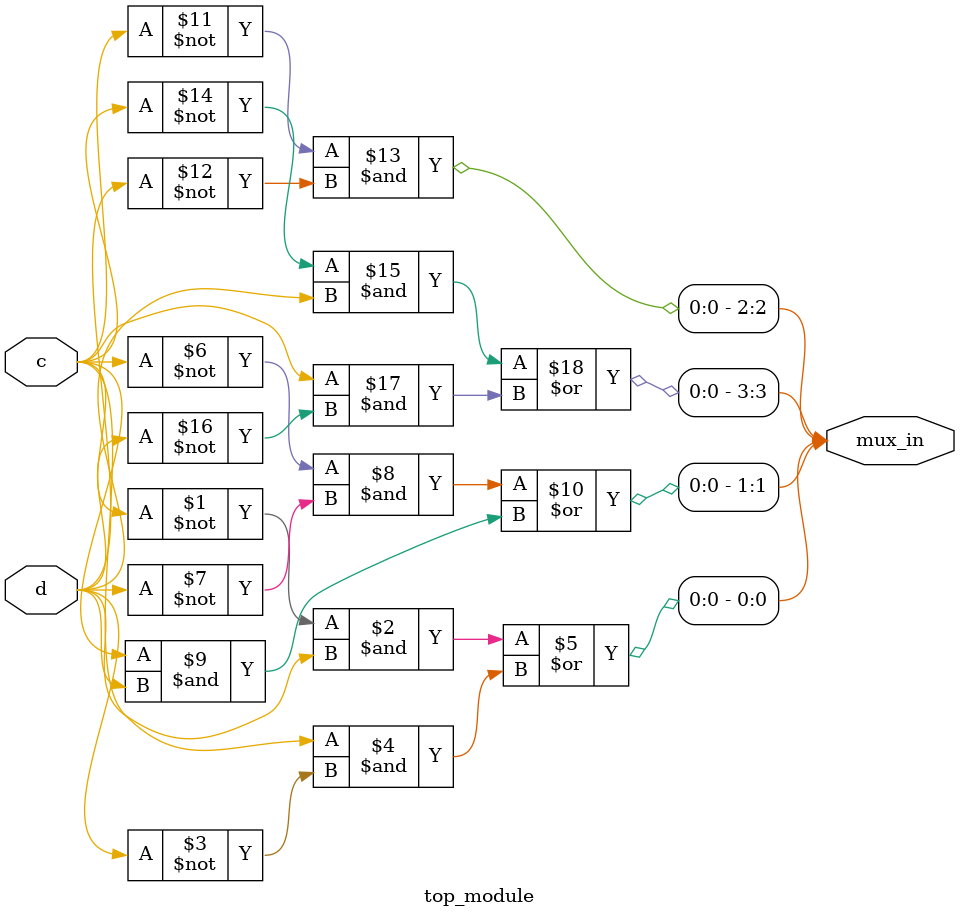
<source format=sv>
module top_module (
	input c,
	input d,
	output wire [3:0] mux_in
);

	// Implementing the Karnaugh Map using multiplexers
	// Creating a 2-to-1 multiplexer for each output bit of mux_in

	// First output bit mux_in[0]
	// Mux input selection based on c, d
	// c d = 00 -> mux_in[0] = 1'b1
	// c d = 01 -> mux_in[0] = 1'b0
	// c d = 11 -> mux_in[0] = 1'b1
	// c d = 10 -> mux_in[0] = 1'b1
	assign mux_in[0] = (~c & d) | (c & ~d);

	// Second output bit mux_in[1]
	// Mux input selection based on c, d
	// c d = 00 -> mux_in[1] = 1'b0
	// c d = 01 -> mux_in[1] = 1'b1
	// c d = 11 -> mux_in[1] = 1'b0
	// c d = 10 -> mux_in[1] = 1'b0
	assign mux_in[1] = (~c & ~d) | (c & d);

	// Third output bit mux_in[2]
	// Mux input selection based on c, d
	// c d = 00 -> mux_in[2] = 1'b0
	// c d = 01 -> mux_in[2] = 1'b1
	// c d = 11 -> mux_in[2] = 1'b0
	// c d = 10 -> mux_in[2] = 1'b0
	assign mux_in[2] = (~c & ~d);

	// Fourth output bit mux_in[3]
	// Mux input selection based on c, d
	// c d = 00 -> mux_in[3] = 1'b1
	// c d = 01 -> mux_in[3] = 1'b0
	// c d = 11 -> mux_in[3] = 1'b1
	// c d = 10 -> mux_in[3] = 1'b1
	assign mux_in[3] = (~c & d) | (c & ~d);
endmodule

</source>
